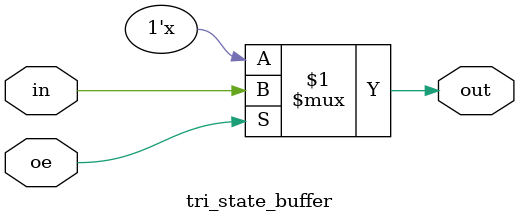
<source format=v>
module tri_state_buffer(in, oe, out);
input in,oe;
output out;

assign out = oe ? in: 1'bz;


endmodule
</source>
